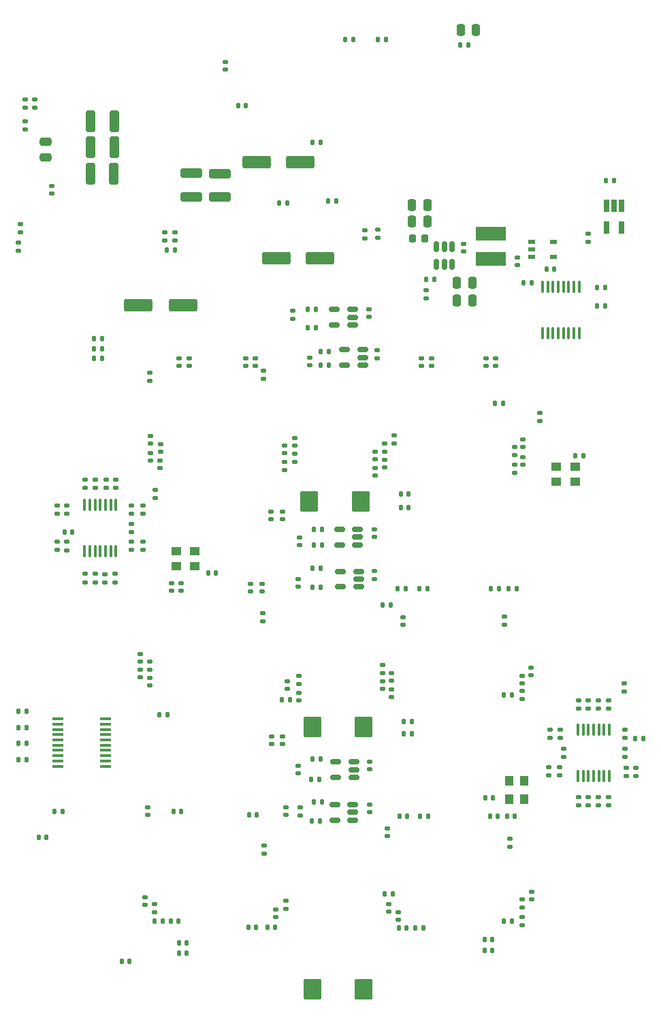
<source format=gbr>
%TF.GenerationSoftware,KiCad,Pcbnew,8.0.4*%
%TF.CreationDate,2024-08-30T10:55:45+02:00*%
%TF.ProjectId,bitaxeHex,62697461-7865-4486-9578-2e6b69636164,701*%
%TF.SameCoordinates,Original*%
%TF.FileFunction,Paste,Bot*%
%TF.FilePolarity,Positive*%
%FSLAX46Y46*%
G04 Gerber Fmt 4.6, Leading zero omitted, Abs format (unit mm)*
G04 Created by KiCad (PCBNEW 8.0.4) date 2024-08-30 10:55:45*
%MOMM*%
%LPD*%
G01*
G04 APERTURE LIST*
G04 Aperture macros list*
%AMRoundRect*
0 Rectangle with rounded corners*
0 $1 Rounding radius*
0 $2 $3 $4 $5 $6 $7 $8 $9 X,Y pos of 4 corners*
0 Add a 4 corners polygon primitive as box body*
4,1,4,$2,$3,$4,$5,$6,$7,$8,$9,$2,$3,0*
0 Add four circle primitives for the rounded corners*
1,1,$1+$1,$2,$3*
1,1,$1+$1,$4,$5*
1,1,$1+$1,$6,$7*
1,1,$1+$1,$8,$9*
0 Add four rect primitives between the rounded corners*
20,1,$1+$1,$2,$3,$4,$5,0*
20,1,$1+$1,$4,$5,$6,$7,0*
20,1,$1+$1,$6,$7,$8,$9,0*
20,1,$1+$1,$8,$9,$2,$3,0*%
G04 Aperture macros list end*
%ADD10RoundRect,0.140000X-0.170000X0.140000X-0.170000X-0.140000X0.170000X-0.140000X0.170000X0.140000X0*%
%ADD11RoundRect,0.140000X0.170000X-0.140000X0.170000X0.140000X-0.170000X0.140000X-0.170000X-0.140000X0*%
%ADD12RoundRect,0.140000X0.140000X0.170000X-0.140000X0.170000X-0.140000X-0.170000X0.140000X-0.170000X0*%
%ADD13RoundRect,0.135000X0.185000X-0.135000X0.185000X0.135000X-0.185000X0.135000X-0.185000X-0.135000X0*%
%ADD14RoundRect,0.250000X0.250000X0.475000X-0.250000X0.475000X-0.250000X-0.475000X0.250000X-0.475000X0*%
%ADD15RoundRect,0.250000X-0.875000X-1.025000X0.875000X-1.025000X0.875000X1.025000X-0.875000X1.025000X0*%
%ADD16RoundRect,0.150000X0.512500X0.150000X-0.512500X0.150000X-0.512500X-0.150000X0.512500X-0.150000X0*%
%ADD17RoundRect,0.135000X-0.135000X-0.185000X0.135000X-0.185000X0.135000X0.185000X-0.135000X0.185000X0*%
%ADD18RoundRect,0.250000X-0.475000X0.250000X-0.475000X-0.250000X0.475000X-0.250000X0.475000X0.250000X0*%
%ADD19R,0.650000X1.560000*%
%ADD20RoundRect,0.135000X-0.185000X0.135000X-0.185000X-0.135000X0.185000X-0.135000X0.185000X0.135000X0*%
%ADD21RoundRect,0.140000X-0.140000X-0.170000X0.140000X-0.170000X0.140000X0.170000X-0.140000X0.170000X0*%
%ADD22RoundRect,0.135000X0.135000X0.185000X-0.135000X0.185000X-0.135000X-0.185000X0.135000X-0.185000X0*%
%ADD23RoundRect,0.250000X1.100000X-0.325000X1.100000X0.325000X-1.100000X0.325000X-1.100000X-0.325000X0*%
%ADD24RoundRect,0.100000X0.100000X-0.637500X0.100000X0.637500X-0.100000X0.637500X-0.100000X-0.637500X0*%
%ADD25R,1.384300X0.355600*%
%ADD26RoundRect,0.250000X-0.325000X-1.100000X0.325000X-1.100000X0.325000X1.100000X-0.325000X1.100000X0*%
%ADD27R,0.952500X0.558800*%
%ADD28RoundRect,0.250000X1.500000X0.550000X-1.500000X0.550000X-1.500000X-0.550000X1.500000X-0.550000X0*%
%ADD29RoundRect,0.150000X0.150000X-0.512500X0.150000X0.512500X-0.150000X0.512500X-0.150000X-0.512500X0*%
%ADD30R,1.300000X1.100000*%
%ADD31RoundRect,0.250000X-0.250000X-0.475000X0.250000X-0.475000X0.250000X0.475000X-0.250000X0.475000X0*%
%ADD32R,1.100000X1.300000*%
%ADD33R,3.700000X1.680000*%
%ADD34RoundRect,0.225000X-0.225000X-0.250000X0.225000X-0.250000X0.225000X0.250000X-0.225000X0.250000X0*%
G04 APERTURE END LIST*
D10*
%TO.C,C12*%
X108600000Y-75670000D03*
X108600000Y-76630000D03*
%TD*%
D11*
%TO.C,C57*%
X98825000Y-103450000D03*
X98825000Y-102490000D03*
%TD*%
%TO.C,C50*%
X97837500Y-89855000D03*
X97837500Y-88895000D03*
%TD*%
D10*
%TO.C,C155*%
X101050000Y-122020000D03*
X101050000Y-122980000D03*
%TD*%
D11*
%TO.C,C113*%
X72300000Y-118780000D03*
X72300000Y-117820000D03*
%TD*%
D12*
%TO.C,C44*%
X81505000Y-58475000D03*
X80545000Y-58475000D03*
%TD*%
D11*
%TO.C,C107*%
X69590000Y-130550000D03*
X69590000Y-129590000D03*
%TD*%
D13*
%TO.C,R20*%
X97950000Y-74935000D03*
X97950000Y-73915000D03*
%TD*%
D14*
%TO.C,C18*%
X109700000Y-80500000D03*
X107800000Y-80500000D03*
%TD*%
D13*
%TO.C,R47*%
X58025000Y-109210000D03*
X58025000Y-108190000D03*
%TD*%
D15*
%TO.C,C140*%
X89800000Y-168300000D03*
X96200000Y-168300000D03*
%TD*%
D12*
%TO.C,C132*%
X112180000Y-162100000D03*
X111220000Y-162100000D03*
%TD*%
D11*
%TO.C,C129*%
X100500000Y-159660000D03*
X100500000Y-158700000D03*
%TD*%
D16*
%TO.C,U23*%
X94837500Y-145350000D03*
X94837500Y-146300000D03*
X94837500Y-147250000D03*
X92562500Y-147250000D03*
X92562500Y-145350000D03*
%TD*%
D13*
%TO.C,R37*%
X67275000Y-113710000D03*
X67275000Y-112690000D03*
%TD*%
D11*
%TO.C,C39*%
X78950000Y-53980000D03*
X78950000Y-53020000D03*
%TD*%
D17*
%TO.C,R39*%
X89790000Y-118300000D03*
X90810000Y-118300000D03*
%TD*%
D14*
%TO.C,C3*%
X104100000Y-70800000D03*
X102200000Y-70800000D03*
%TD*%
D11*
%TO.C,C94*%
X86700000Y-130980000D03*
X86700000Y-130020000D03*
%TD*%
D18*
%TO.C,C15*%
X56600000Y-63000000D03*
X56600000Y-64900000D03*
%TD*%
D11*
%TO.C,C72*%
X70850000Y-103550000D03*
X70850000Y-102590000D03*
%TD*%
D17*
%TO.C,R12*%
X103940000Y-80100000D03*
X104960000Y-80100000D03*
%TD*%
%TO.C,R64*%
X89640000Y-142180000D03*
X90660000Y-142180000D03*
%TD*%
D11*
%TO.C,C131*%
X99300000Y-158660000D03*
X99300000Y-157700000D03*
%TD*%
D17*
%TO.C,R73*%
X129915000Y-137100000D03*
X130935000Y-137100000D03*
%TD*%
D13*
%TO.C,R69*%
X119350000Y-137085000D03*
X119350000Y-136065000D03*
%TD*%
D19*
%TO.C,U4*%
X126350000Y-70950000D03*
X127300000Y-70950000D03*
X128250000Y-70950000D03*
X128250000Y-73650000D03*
X126350000Y-73650000D03*
%TD*%
D10*
%TO.C,C147*%
X128680000Y-138440000D03*
X128680000Y-139400000D03*
%TD*%
D11*
%TO.C,C70*%
X81475000Y-90805000D03*
X81475000Y-89845000D03*
%TD*%
D20*
%TO.C,R49*%
X61525000Y-104977500D03*
X61525000Y-105997500D03*
%TD*%
D13*
%TO.C,R4*%
X54075000Y-61435000D03*
X54075000Y-60415000D03*
%TD*%
D10*
%TO.C,C87*%
X88200000Y-112120000D03*
X88200000Y-113080000D03*
%TD*%
D12*
%TO.C,C92*%
X101380000Y-118500000D03*
X100420000Y-118500000D03*
%TD*%
D21*
%TO.C,C35*%
X125220000Y-83400000D03*
X126180000Y-83400000D03*
%TD*%
D10*
%TO.C,C52*%
X114925000Y-103125000D03*
X114925000Y-104085000D03*
%TD*%
D17*
%TO.C,R38*%
X90000000Y-113050000D03*
X91020000Y-113050000D03*
%TD*%
D22*
%TO.C,R68*%
X99810000Y-156400000D03*
X98790000Y-156400000D03*
%TD*%
D11*
%TO.C,C59*%
X97575000Y-102450000D03*
X97575000Y-101490000D03*
%TD*%
D23*
%TO.C,C28*%
X78300000Y-69850000D03*
X78300000Y-66900000D03*
%TD*%
D11*
%TO.C,C114*%
X68390000Y-127570000D03*
X68390000Y-126610000D03*
%TD*%
D24*
%TO.C,U5*%
X122975000Y-86762500D03*
X122325000Y-86762500D03*
X121675000Y-86762500D03*
X121025000Y-86762500D03*
X120375000Y-86762500D03*
X119725000Y-86762500D03*
X119075000Y-86762500D03*
X118425000Y-86762500D03*
X118425000Y-81037500D03*
X119075000Y-81037500D03*
X119725000Y-81037500D03*
X120375000Y-81037500D03*
X121025000Y-81037500D03*
X121675000Y-81037500D03*
X122325000Y-81037500D03*
X122975000Y-81037500D03*
%TD*%
D12*
%TO.C,C144*%
X71160000Y-159800000D03*
X70200000Y-159800000D03*
%TD*%
D10*
%TO.C,C111*%
X67275000Y-110495000D03*
X67275000Y-111455000D03*
%TD*%
D11*
%TO.C,C91*%
X88100000Y-132380000D03*
X88100000Y-131420000D03*
%TD*%
D16*
%TO.C,U11*%
X94775000Y-83825000D03*
X94775000Y-84775000D03*
X94775000Y-85725000D03*
X92500000Y-85725000D03*
X92500000Y-83825000D03*
%TD*%
D11*
%TO.C,C150*%
X68980000Y-157780000D03*
X68980000Y-156820000D03*
%TD*%
D20*
%TO.C,R15*%
X71425000Y-74190000D03*
X71425000Y-75210000D03*
%TD*%
D11*
%TO.C,C84*%
X97500000Y-117280000D03*
X97500000Y-116320000D03*
%TD*%
%TO.C,C67*%
X82725000Y-90805000D03*
X82725000Y-89845000D03*
%TD*%
D20*
%TO.C,R71*%
X122880000Y-132400000D03*
X122880000Y-133420000D03*
%TD*%
%TO.C,R19*%
X96325000Y-73940000D03*
X96325000Y-74960000D03*
%TD*%
D11*
%TO.C,C76*%
X73200000Y-90830000D03*
X73200000Y-89870000D03*
%TD*%
D13*
%TO.C,R16*%
X72700000Y-75210000D03*
X72700000Y-74190000D03*
%TD*%
D11*
%TO.C,C108*%
X68390000Y-129550000D03*
X68390000Y-128590000D03*
%TD*%
D12*
%TO.C,C152*%
X67050000Y-164840000D03*
X66090000Y-164840000D03*
%TD*%
D11*
%TO.C,C156*%
X99150000Y-149230000D03*
X99150000Y-148270000D03*
%TD*%
D10*
%TO.C,C88*%
X88000000Y-117320000D03*
X88000000Y-118280000D03*
%TD*%
D13*
%TO.C,R11*%
X103950000Y-82460000D03*
X103950000Y-81440000D03*
%TD*%
D10*
%TO.C,C126*%
X88000000Y-140520000D03*
X88000000Y-141480000D03*
%TD*%
%TO.C,C66*%
X86350000Y-100735000D03*
X86350000Y-101695000D03*
%TD*%
D21*
%TO.C,C112*%
X58995000Y-111500000D03*
X59955000Y-111500000D03*
%TD*%
D22*
%TO.C,R26*%
X92785000Y-70350000D03*
X91765000Y-70350000D03*
%TD*%
D25*
%TO.C,U20*%
X64060000Y-134710001D03*
X64060000Y-135360002D03*
X64060000Y-136010000D03*
X64060000Y-136660002D03*
X64060000Y-137310000D03*
X64060000Y-137959999D03*
X64060000Y-138610000D03*
X64060000Y-139259999D03*
X64060000Y-139910000D03*
X64060000Y-140559999D03*
X58179900Y-140560001D03*
X58179900Y-139910003D03*
X58179900Y-139260002D03*
X58179900Y-138610003D03*
X58179900Y-137960002D03*
X58179900Y-137310003D03*
X58179900Y-136660002D03*
X58179900Y-136010003D03*
X58179900Y-135360002D03*
X58179900Y-134710003D03*
%TD*%
D12*
%TO.C,C19*%
X119852050Y-78760200D03*
X118892050Y-78760200D03*
%TD*%
D10*
%TO.C,C69*%
X87600000Y-101775000D03*
X87600000Y-102735000D03*
%TD*%
D20*
%TO.C,R54*%
X67250000Y-108190000D03*
X67250000Y-109210000D03*
%TD*%
D26*
%TO.C,C8*%
X62200000Y-60400000D03*
X65150000Y-60400000D03*
%TD*%
D22*
%TO.C,R66*%
X90800000Y-139660000D03*
X89780000Y-139660000D03*
%TD*%
D10*
%TO.C,C97*%
X84700000Y-136870000D03*
X84700000Y-137830000D03*
%TD*%
D22*
%TO.C,R87*%
X54220000Y-139740000D03*
X53200000Y-139740000D03*
%TD*%
D10*
%TO.C,C149*%
X69350000Y-145695000D03*
X69350000Y-146655000D03*
%TD*%
D12*
%TO.C,C124*%
X103580000Y-160700000D03*
X102620000Y-160700000D03*
%TD*%
%TO.C,C26*%
X72680000Y-76450000D03*
X71720000Y-76450000D03*
%TD*%
%TO.C,C118*%
X112880000Y-146800000D03*
X111920000Y-146800000D03*
%TD*%
%TO.C,C138*%
X85180000Y-160620000D03*
X84220000Y-160620000D03*
%TD*%
D11*
%TO.C,C60*%
X86125000Y-109880000D03*
X86125000Y-108920000D03*
%TD*%
D10*
%TO.C,C100*%
X99650000Y-129015000D03*
X99650000Y-129975000D03*
%TD*%
D22*
%TO.C,R86*%
X54220000Y-137750000D03*
X53200000Y-137750000D03*
%TD*%
D24*
%TO.C,U21*%
X126730000Y-141762500D03*
X126080000Y-141762500D03*
X125430000Y-141762500D03*
X124780000Y-141762500D03*
X124130000Y-141762500D03*
X123480000Y-141762500D03*
X122830000Y-141762500D03*
X122830000Y-136037500D03*
X123480000Y-136037500D03*
X124130000Y-136037500D03*
X124780000Y-136037500D03*
X125430000Y-136037500D03*
X126080000Y-136037500D03*
X126730000Y-136037500D03*
%TD*%
%TO.C,U15*%
X65375000Y-113850000D03*
X64725000Y-113850000D03*
X64075000Y-113850000D03*
X63425000Y-113850000D03*
X62775000Y-113850000D03*
X62125000Y-113850000D03*
X61475000Y-113850000D03*
X61475000Y-108125000D03*
X62125000Y-108125000D03*
X62775000Y-108125000D03*
X63425000Y-108125000D03*
X64075000Y-108125000D03*
X64725000Y-108125000D03*
X65375000Y-108125000D03*
%TD*%
D27*
%TO.C,U2*%
X117044100Y-77300000D03*
X117044100Y-76360200D03*
X117044100Y-75420400D03*
X119800000Y-75420400D03*
X119800000Y-77300000D03*
%TD*%
D12*
%TO.C,C142*%
X112280000Y-144500000D03*
X111320000Y-144500000D03*
%TD*%
D10*
%TO.C,C63*%
X84625000Y-108920000D03*
X84625000Y-109880000D03*
%TD*%
D21*
%TO.C,C130*%
X73220000Y-162500000D03*
X74180000Y-162500000D03*
%TD*%
D22*
%TO.C,R3*%
X63610000Y-89900000D03*
X62590000Y-89900000D03*
%TD*%
D10*
%TO.C,C125*%
X88300000Y-145720000D03*
X88300000Y-146680000D03*
%TD*%
D17*
%TO.C,R30*%
X89227500Y-86075000D03*
X90247500Y-86075000D03*
%TD*%
D10*
%TO.C,C133*%
X86500000Y-157320000D03*
X86500000Y-158280000D03*
%TD*%
D12*
%TO.C,C143*%
X73160000Y-159800000D03*
X72200000Y-159800000D03*
%TD*%
D10*
%TO.C,C116*%
X115900000Y-157140000D03*
X115900000Y-158100000D03*
%TD*%
D21*
%TO.C,C81*%
X114220000Y-118500000D03*
X115180000Y-118500000D03*
%TD*%
D12*
%TO.C,C83*%
X112980000Y-118500000D03*
X112020000Y-118500000D03*
%TD*%
D17*
%TO.C,R23*%
X93850000Y-50300000D03*
X94870000Y-50300000D03*
%TD*%
D21*
%TO.C,C137*%
X111220000Y-163500000D03*
X112180000Y-163500000D03*
%TD*%
D20*
%TO.C,R81*%
X113670000Y-121940000D03*
X113670000Y-122960000D03*
%TD*%
D28*
%TO.C,C41*%
X90725000Y-77475000D03*
X85325000Y-77475000D03*
%TD*%
D13*
%TO.C,R28*%
X118050000Y-97660000D03*
X118050000Y-96640000D03*
%TD*%
D20*
%TO.C,R75*%
X126630000Y-132400000D03*
X126630000Y-133420000D03*
%TD*%
D15*
%TO.C,C68*%
X89400000Y-107700000D03*
X95800000Y-107700000D03*
%TD*%
D10*
%TO.C,C17*%
X57375000Y-68470000D03*
X57375000Y-69430000D03*
%TD*%
D29*
%TO.C,U1*%
X107150000Y-78237500D03*
X106200000Y-78237500D03*
X105250000Y-78237500D03*
X105250000Y-75962500D03*
X106200000Y-75962500D03*
X107150000Y-75962500D03*
%TD*%
D11*
%TO.C,C96*%
X88125000Y-130330000D03*
X88125000Y-129370000D03*
%TD*%
D10*
%TO.C,C45*%
X116000000Y-99950000D03*
X116000000Y-100910000D03*
%TD*%
D13*
%TO.C,R59*%
X128850000Y-141760000D03*
X128850000Y-140740000D03*
%TD*%
D11*
%TO.C,C109*%
X69590000Y-128550000D03*
X69590000Y-127590000D03*
%TD*%
D12*
%TO.C,C99*%
X102155000Y-136525000D03*
X101195000Y-136525000D03*
%TD*%
D26*
%TO.C,C4*%
X62175000Y-66925000D03*
X65125000Y-66925000D03*
%TD*%
D20*
%TO.C,R48*%
X62825000Y-104990000D03*
X62825000Y-106010000D03*
%TD*%
D11*
%TO.C,C145*%
X70180000Y-158680000D03*
X70180000Y-157720000D03*
%TD*%
D10*
%TO.C,C64*%
X87600000Y-99775000D03*
X87600000Y-100735000D03*
%TD*%
D13*
%TO.C,R7*%
X54075000Y-58710000D03*
X54075000Y-57690000D03*
%TD*%
D21*
%TO.C,C106*%
X76820000Y-116550000D03*
X77780000Y-116550000D03*
%TD*%
D13*
%TO.C,R62*%
X122880000Y-145400000D03*
X122880000Y-144380000D03*
%TD*%
D30*
%TO.C,U14*%
X122450000Y-105250000D03*
X120150000Y-105250000D03*
X120150000Y-103350000D03*
X122450000Y-103350000D03*
%TD*%
D20*
%TO.C,R34*%
X68750000Y-112690000D03*
X68750000Y-113710000D03*
%TD*%
D11*
%TO.C,C51*%
X96837500Y-84755000D03*
X96837500Y-83795000D03*
%TD*%
D13*
%TO.C,R61*%
X124130000Y-145400000D03*
X124130000Y-144380000D03*
%TD*%
D14*
%TO.C,C20*%
X109700000Y-82700000D03*
X107800000Y-82700000D03*
%TD*%
D12*
%TO.C,C157*%
X58710000Y-146160000D03*
X57750000Y-146160000D03*
%TD*%
D13*
%TO.C,R51*%
X68750000Y-109210000D03*
X68750000Y-108190000D03*
%TD*%
D11*
%TO.C,C55*%
X104600000Y-90805000D03*
X104600000Y-89845000D03*
%TD*%
D20*
%TO.C,R79*%
X83700000Y-91370000D03*
X83700000Y-92390000D03*
%TD*%
D22*
%TO.C,R22*%
X98970000Y-50300000D03*
X97950000Y-50300000D03*
%TD*%
%TO.C,R32*%
X90247500Y-83775000D03*
X89227500Y-83775000D03*
%TD*%
D16*
%TO.C,U16*%
X95437500Y-111150000D03*
X95437500Y-112100000D03*
X95437500Y-113050000D03*
X93162500Y-113050000D03*
X93162500Y-111150000D03*
%TD*%
D11*
%TO.C,C122*%
X96900000Y-140980000D03*
X96900000Y-140020000D03*
%TD*%
D21*
%TO.C,C117*%
X114020000Y-146800000D03*
X114980000Y-146800000D03*
%TD*%
D22*
%TO.C,R78*%
X113500000Y-95470000D03*
X112480000Y-95470000D03*
%TD*%
D17*
%TO.C,R31*%
X90827500Y-89075000D03*
X91847500Y-89075000D03*
%TD*%
D31*
%TO.C,C31*%
X108250000Y-49100000D03*
X110150000Y-49100000D03*
%TD*%
D20*
%TO.C,R55*%
X70250000Y-106265000D03*
X70250000Y-107285000D03*
%TD*%
D11*
%TO.C,C48*%
X111425000Y-90805000D03*
X111425000Y-89845000D03*
%TD*%
%TO.C,C78*%
X69700000Y-100505000D03*
X69700000Y-99545000D03*
%TD*%
D16*
%TO.C,U24*%
X94937500Y-140050000D03*
X94937500Y-141000000D03*
X94937500Y-141950000D03*
X92662500Y-141950000D03*
X92662500Y-140050000D03*
%TD*%
D17*
%TO.C,R21*%
X116090000Y-80500000D03*
X117110000Y-80500000D03*
%TD*%
D11*
%TO.C,C102*%
X83550000Y-118830000D03*
X83550000Y-117870000D03*
%TD*%
D21*
%TO.C,C90*%
X86020000Y-132300000D03*
X86980000Y-132300000D03*
%TD*%
D11*
%TO.C,C110*%
X73500000Y-118780000D03*
X73500000Y-117820000D03*
%TD*%
D30*
%TO.C,U19*%
X75150000Y-115750000D03*
X72850000Y-115750000D03*
X72850000Y-113850000D03*
X75150000Y-113850000D03*
%TD*%
D20*
%TO.C,R52*%
X64125000Y-104977500D03*
X64125000Y-105997500D03*
%TD*%
%TO.C,R72*%
X120625000Y-136065000D03*
X120625000Y-137085000D03*
%TD*%
D13*
%TO.C,R58*%
X126630000Y-145400000D03*
X126630000Y-144380000D03*
%TD*%
D20*
%TO.C,R56*%
X130050000Y-140740000D03*
X130050000Y-141760000D03*
%TD*%
D11*
%TO.C,C61*%
X98825000Y-101450000D03*
X98825000Y-100490000D03*
%TD*%
D21*
%TO.C,C146*%
X72520000Y-146150000D03*
X73480000Y-146150000D03*
%TD*%
D22*
%TO.C,R85*%
X54220000Y-135760000D03*
X53200000Y-135760000D03*
%TD*%
D11*
%TO.C,C77*%
X70900000Y-101475000D03*
X70900000Y-100515000D03*
%TD*%
D12*
%TO.C,C127*%
X101480000Y-160700000D03*
X100520000Y-160700000D03*
%TD*%
D11*
%TO.C,C47*%
X112625000Y-90805000D03*
X112625000Y-89845000D03*
%TD*%
D10*
%TO.C,C54*%
X87337500Y-83995000D03*
X87337500Y-84955000D03*
%TD*%
%TO.C,C79*%
X117000000Y-128300000D03*
X117000000Y-129260000D03*
%TD*%
D20*
%TO.C,R83*%
X114380000Y-149540000D03*
X114380000Y-150560000D03*
%TD*%
D10*
%TO.C,C135*%
X85200000Y-158340000D03*
X85200000Y-159300000D03*
%TD*%
D13*
%TO.C,R43*%
X62775000Y-117700000D03*
X62775000Y-116680000D03*
%TD*%
D12*
%TO.C,C43*%
X86655000Y-70550000D03*
X85695000Y-70550000D03*
%TD*%
D20*
%TO.C,R82*%
X83780000Y-150410000D03*
X83780000Y-151430000D03*
%TD*%
D10*
%TO.C,C85*%
X115900000Y-131220000D03*
X115900000Y-132180000D03*
%TD*%
D11*
%TO.C,C121*%
X96900000Y-146280000D03*
X96900000Y-145320000D03*
%TD*%
%TO.C,C58*%
X103375000Y-90830000D03*
X103375000Y-89870000D03*
%TD*%
D12*
%TO.C,C141*%
X82780000Y-160600000D03*
X81820000Y-160600000D03*
%TD*%
D10*
%TO.C,C105*%
X99650000Y-131015000D03*
X99650000Y-131975000D03*
%TD*%
D13*
%TO.C,R36*%
X65275000Y-117700000D03*
X65275000Y-116680000D03*
%TD*%
D21*
%TO.C,C62*%
X100820000Y-106750000D03*
X101780000Y-106750000D03*
%TD*%
D20*
%TO.C,R80*%
X83600000Y-121530000D03*
X83600000Y-122550000D03*
%TD*%
%TO.C,R76*%
X128675000Y-136065000D03*
X128675000Y-137085000D03*
%TD*%
D10*
%TO.C,C148*%
X121030000Y-138420000D03*
X121030000Y-139380000D03*
%TD*%
D13*
%TO.C,R10*%
X53475000Y-74260000D03*
X53475000Y-73240000D03*
%TD*%
D16*
%TO.C,U10*%
X96075000Y-88825000D03*
X96075000Y-89775000D03*
X96075000Y-90725000D03*
X93800000Y-90725000D03*
X93800000Y-88825000D03*
%TD*%
D32*
%TO.C,U26*%
X114250000Y-144650000D03*
X114250000Y-142350000D03*
X116150000Y-142350000D03*
X116150000Y-144650000D03*
%TD*%
D13*
%TO.C,R33*%
X100000000Y-100510000D03*
X100000000Y-99490000D03*
%TD*%
D11*
%TO.C,C25*%
X124100000Y-75380000D03*
X124100000Y-74420000D03*
%TD*%
D12*
%TO.C,C134*%
X74180000Y-163800000D03*
X73220000Y-163800000D03*
%TD*%
D22*
%TO.C,R2*%
X63635000Y-87425000D03*
X62615000Y-87425000D03*
%TD*%
D17*
%TO.C,R41*%
X89790000Y-116000000D03*
X90810000Y-116000000D03*
%TD*%
D11*
%TO.C,C56*%
X97575000Y-104450000D03*
X97575000Y-103490000D03*
%TD*%
D10*
%TO.C,C103*%
X98550000Y-130015000D03*
X98550000Y-130975000D03*
%TD*%
%TO.C,C46*%
X114925000Y-100925000D03*
X114925000Y-101885000D03*
%TD*%
%TO.C,C115*%
X117100000Y-156140000D03*
X117100000Y-157100000D03*
%TD*%
D11*
%TO.C,C104*%
X82100000Y-118855000D03*
X82100000Y-117895000D03*
%TD*%
%TO.C,C75*%
X69700000Y-102600000D03*
X69700000Y-101640000D03*
%TD*%
D10*
%TO.C,C53*%
X89437500Y-89795000D03*
X89437500Y-90755000D03*
%TD*%
D20*
%TO.C,R74*%
X125380000Y-132400000D03*
X125380000Y-133420000D03*
%TD*%
D16*
%TO.C,U17*%
X95537500Y-116350000D03*
X95537500Y-117300000D03*
X95537500Y-118250000D03*
X93262500Y-118250000D03*
X93262500Y-116350000D03*
%TD*%
D20*
%TO.C,R77*%
X128600000Y-130290000D03*
X128600000Y-131310000D03*
%TD*%
D26*
%TO.C,C7*%
X62225000Y-63600000D03*
X65175000Y-63600000D03*
%TD*%
D20*
%TO.C,R50*%
X59250000Y-108190000D03*
X59250000Y-109210000D03*
%TD*%
D17*
%TO.C,R63*%
X89690000Y-147400000D03*
X90710000Y-147400000D03*
%TD*%
D13*
%TO.C,R5*%
X53225000Y-76535000D03*
X53225000Y-75515000D03*
%TD*%
D11*
%TO.C,C74*%
X74450000Y-90830000D03*
X74450000Y-89870000D03*
%TD*%
D21*
%TO.C,C89*%
X103120000Y-118500000D03*
X104080000Y-118500000D03*
%TD*%
%TO.C,C33*%
X108220000Y-50900000D03*
X109180000Y-50900000D03*
%TD*%
D11*
%TO.C,C93*%
X86100000Y-137825000D03*
X86100000Y-136865000D03*
%TD*%
D20*
%TO.C,R42*%
X58050000Y-112690000D03*
X58050000Y-113710000D03*
%TD*%
D10*
%TO.C,C98*%
X98550000Y-128015000D03*
X98550000Y-128975000D03*
%TD*%
D28*
%TO.C,C42*%
X88300000Y-65500000D03*
X82900000Y-65500000D03*
%TD*%
D21*
%TO.C,C123*%
X103220000Y-146800000D03*
X104180000Y-146800000D03*
%TD*%
D33*
%TO.C,L1*%
X111950000Y-74415000D03*
X111950000Y-77485000D03*
%TD*%
D17*
%TO.C,R29*%
X90827500Y-90775000D03*
X91847500Y-90775000D03*
%TD*%
%TO.C,R65*%
X89990000Y-145000000D03*
X91010000Y-145000000D03*
%TD*%
D10*
%TO.C,C11*%
X115272050Y-77330200D03*
X115272050Y-78290200D03*
%TD*%
D34*
%TO.C,C6*%
X102225000Y-75000000D03*
X103775000Y-75000000D03*
%TD*%
D22*
%TO.C,R84*%
X54220000Y-133770000D03*
X53200000Y-133770000D03*
%TD*%
D20*
%TO.C,R60*%
X119200000Y-140715000D03*
X119200000Y-141735000D03*
%TD*%
%TO.C,R6*%
X55275000Y-57690000D03*
X55275000Y-58710000D03*
%TD*%
D12*
%TO.C,C139*%
X82880000Y-146600000D03*
X81920000Y-146600000D03*
%TD*%
D10*
%TO.C,C71*%
X86350000Y-102775000D03*
X86350000Y-103735000D03*
%TD*%
D13*
%TO.C,R67*%
X120550000Y-141735000D03*
X120550000Y-140715000D03*
%TD*%
D22*
%TO.C,R1*%
X63635000Y-88675000D03*
X62615000Y-88675000D03*
%TD*%
%TO.C,R46*%
X99560000Y-120525000D03*
X98540000Y-120525000D03*
%TD*%
D12*
%TO.C,C128*%
X101580000Y-146800000D03*
X100620000Y-146800000D03*
%TD*%
D13*
%TO.C,R57*%
X125380000Y-145400000D03*
X125380000Y-144380000D03*
%TD*%
D12*
%TO.C,C154*%
X71760000Y-134140000D03*
X70800000Y-134140000D03*
%TD*%
D23*
%TO.C,C29*%
X74750000Y-69825000D03*
X74750000Y-66875000D03*
%TD*%
D10*
%TO.C,C119*%
X115900000Y-159340000D03*
X115900000Y-160300000D03*
%TD*%
%TO.C,C80*%
X115900000Y-129300000D03*
X115900000Y-130260000D03*
%TD*%
D12*
%TO.C,C120*%
X114600000Y-159820000D03*
X113640000Y-159820000D03*
%TD*%
%TO.C,C34*%
X126180000Y-81100000D03*
X125220000Y-81100000D03*
%TD*%
D14*
%TO.C,C1*%
X104100000Y-72900000D03*
X102200000Y-72900000D03*
%TD*%
D13*
%TO.C,R45*%
X59275000Y-113720000D03*
X59275000Y-112700000D03*
%TD*%
D20*
%TO.C,R70*%
X124130000Y-132400000D03*
X124130000Y-133420000D03*
%TD*%
D22*
%TO.C,R40*%
X91000000Y-111120000D03*
X89980000Y-111120000D03*
%TD*%
D20*
%TO.C,R35*%
X64025000Y-116690000D03*
X64025000Y-117710000D03*
%TD*%
D15*
%TO.C,C101*%
X89800000Y-135700000D03*
X96200000Y-135700000D03*
%TD*%
D10*
%TO.C,C49*%
X116000000Y-102150000D03*
X116000000Y-103110000D03*
%TD*%
D12*
%TO.C,C65*%
X101780000Y-108450000D03*
X100820000Y-108450000D03*
%TD*%
D20*
%TO.C,R53*%
X65375000Y-104977500D03*
X65375000Y-105997500D03*
%TD*%
D21*
%TO.C,C95*%
X101195000Y-135050000D03*
X102155000Y-135050000D03*
%TD*%
D28*
%TO.C,C30*%
X73700000Y-83250000D03*
X68100000Y-83250000D03*
%TD*%
D21*
%TO.C,C151*%
X55760000Y-149370000D03*
X56720000Y-149370000D03*
%TD*%
D12*
%TO.C,C86*%
X114580000Y-131700000D03*
X113620000Y-131700000D03*
%TD*%
D13*
%TO.C,R44*%
X61525000Y-117700000D03*
X61525000Y-116680000D03*
%TD*%
D21*
%TO.C,C21*%
X126320000Y-67800000D03*
X127280000Y-67800000D03*
%TD*%
D10*
%TO.C,C136*%
X86500000Y-145695000D03*
X86500000Y-146655000D03*
%TD*%
D11*
%TO.C,C82*%
X97500000Y-112080000D03*
X97500000Y-111120000D03*
%TD*%
D17*
%TO.C,R27*%
X89840000Y-63025000D03*
X90860000Y-63025000D03*
%TD*%
D21*
%TO.C,C73*%
X122520000Y-102000000D03*
X123480000Y-102000000D03*
%TD*%
D11*
%TO.C,C153*%
X69600000Y-92640000D03*
X69600000Y-91680000D03*
%TD*%
M02*

</source>
